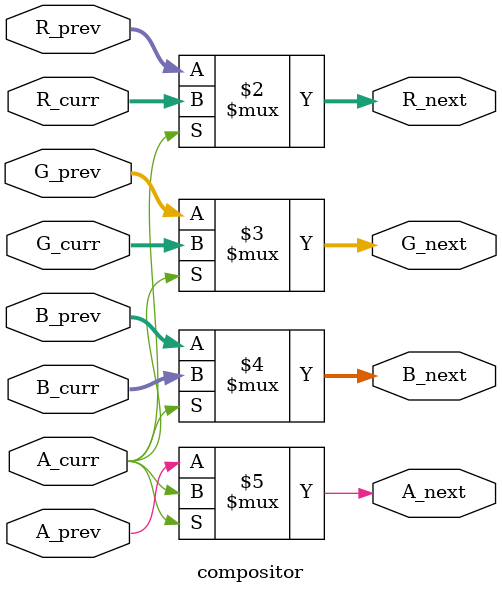
<source format=sv>
module compositor #(parameter DEPTH = 4) (
   input logic [    DEPTH - 1:0]   R_prev,
   input logic [    DEPTH - 1:0]   G_prev,
   input logic [    DEPTH - 1:0]   B_prev,
   input logic                     A_prev,

   input logic [    DEPTH - 1:0]   R_curr,
   input logic [    DEPTH - 1:0]   G_curr,
   input logic [    DEPTH - 1:0]   B_curr,
   input logic                     A_curr,

  output logic [    DEPTH - 1:0]   R_next,
  output logic [    DEPTH - 1:0]   G_next,
  output logic [    DEPTH - 1:0]   B_next,
  output logic                     A_next
);
  always_comb begin
    R_next = A_curr ? R_curr : R_prev;
    G_next = A_curr ? G_curr : G_prev;
    B_next = A_curr ? B_curr : B_prev;
    A_next = A_curr ? A_curr : A_prev;
  end
endmodule

</source>
